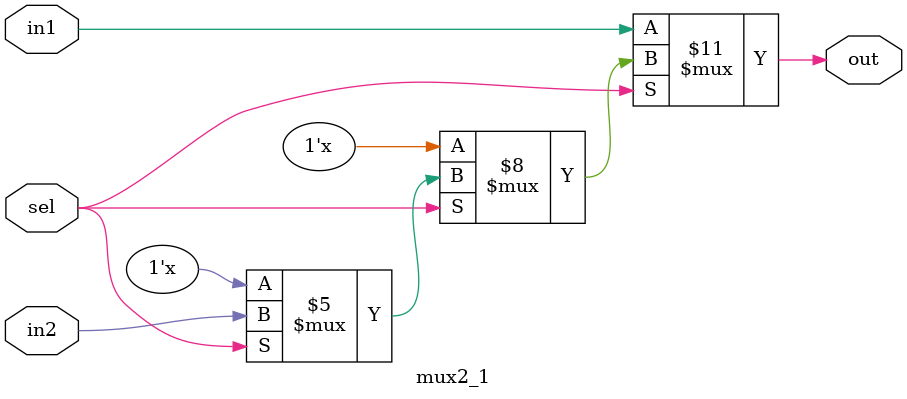
<source format=v>
`timescale 1ns / 1ps

module mux2_1(
    input                               in1                        ,
    input                               in2                        ,
    input                               sel                        ,

    output reg                          out                         
);

   // assign                              out                       = (sel == 1'b0)?in1:in2;
always @(*)           
    begin                                        
        if(sel == 1'b0)                               
                      out =      in1;                     
        else if(sel == 1'b1)
        out = in2;                                  
    end                                                                                                        
                                                                   
endmodule
</source>
